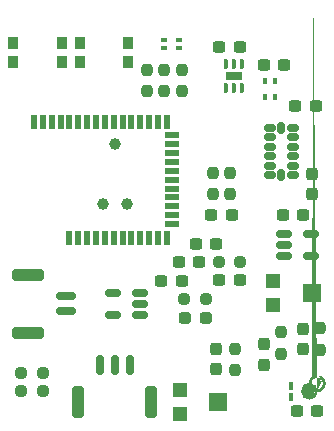
<source format=gbr>
%TF.GenerationSoftware,KiCad,Pcbnew,7.0.6-0*%
%TF.CreationDate,2023-08-07T16:34:56-06:00*%
%TF.ProjectId,VibeLight,56696265-4c69-4676-9874-2e6b69636164,rev?*%
%TF.SameCoordinates,Original*%
%TF.FileFunction,Soldermask,Top*%
%TF.FilePolarity,Negative*%
%FSLAX46Y46*%
G04 Gerber Fmt 4.6, Leading zero omitted, Abs format (unit mm)*
G04 Created by KiCad (PCBNEW 7.0.6-0) date 2023-08-07 16:34:56*
%MOMM*%
%LPD*%
G01*
G04 APERTURE LIST*
G04 Aperture macros list*
%AMRoundRect*
0 Rectangle with rounded corners*
0 $1 Rounding radius*
0 $2 $3 $4 $5 $6 $7 $8 $9 X,Y pos of 4 corners*
0 Add a 4 corners polygon primitive as box body*
4,1,4,$2,$3,$4,$5,$6,$7,$8,$9,$2,$3,0*
0 Add four circle primitives for the rounded corners*
1,1,$1+$1,$2,$3*
1,1,$1+$1,$4,$5*
1,1,$1+$1,$6,$7*
1,1,$1+$1,$8,$9*
0 Add four rect primitives between the rounded corners*
20,1,$1+$1,$2,$3,$4,$5,0*
20,1,$1+$1,$4,$5,$6,$7,0*
20,1,$1+$1,$6,$7,$8,$9,0*
20,1,$1+$1,$8,$9,$2,$3,0*%
%AMFreePoly0*
4,1,53,0.173165,1.324926,0.326403,1.271305,0.463867,1.184931,0.578665,1.070133,0.665039,0.932669,0.718660,0.779431,0.736837,0.618103,0.718660,0.456775,0.665039,0.303537,0.578665,0.166073,0.463867,0.051275,0.326403,-0.035099,0.173165,-0.088720,0.011837,-0.106897,-0.149491,-0.088720,-0.302729,-0.035099,-0.440193,0.051275,-0.554991,0.166073,-0.641365,0.303537,-0.694986,0.456775,
-0.713163,0.618103,-0.468048,0.618103,-0.448609,0.482904,-0.391868,0.358658,-0.302421,0.255430,-0.187514,0.181584,-0.056458,0.143103,0.080132,0.143103,0.211188,0.181584,0.326095,0.255430,0.415542,0.358658,0.472283,0.482904,0.491722,0.618103,0.472283,0.753302,0.415542,0.877548,0.326095,0.980776,0.211188,1.054622,0.080132,1.093103,-0.056458,1.093103,-0.187514,1.054622,
-0.302421,0.980776,-0.391868,0.877548,-0.448609,0.753302,-0.468048,0.618103,-0.713163,0.618103,-0.694986,0.779431,-0.641365,0.932669,-0.554991,1.070133,-0.440193,1.184931,-0.302729,1.271305,-0.149491,1.324926,0.011837,1.343103,0.173165,1.324926,0.173165,1.324926,$1*%
G04 Aperture macros list end*
%ADD10C,0.508000*%
%ADD11C,0.254000*%
%ADD12RoundRect,0.237500X-0.237500X0.250000X-0.237500X-0.250000X0.237500X-0.250000X0.237500X0.250000X0*%
%ADD13RoundRect,0.150000X0.325000X0.150000X-0.325000X0.150000X-0.325000X-0.150000X0.325000X-0.150000X0*%
%ADD14RoundRect,0.150000X0.150000X0.325000X-0.150000X0.325000X-0.150000X-0.325000X0.150000X-0.325000X0*%
%ADD15RoundRect,0.150000X-0.700000X0.150000X-0.700000X-0.150000X0.700000X-0.150000X0.700000X0.150000X0*%
%ADD16RoundRect,0.250000X-1.100000X0.250000X-1.100000X-0.250000X1.100000X-0.250000X1.100000X0.250000X0*%
%ADD17RoundRect,0.150000X-0.150000X-0.700000X0.150000X-0.700000X0.150000X0.700000X-0.150000X0.700000X0*%
%ADD18RoundRect,0.250000X-0.250000X-1.100000X0.250000X-1.100000X0.250000X1.100000X-0.250000X1.100000X0*%
%ADD19RoundRect,0.150000X0.512500X0.150000X-0.512500X0.150000X-0.512500X-0.150000X0.512500X-0.150000X0*%
%ADD20R,0.500000X1.200000*%
%ADD21R,1.200000X0.500000*%
%ADD22RoundRect,0.237500X0.250000X0.237500X-0.250000X0.237500X-0.250000X-0.237500X0.250000X-0.237500X0*%
%ADD23RoundRect,0.237500X0.300000X0.237500X-0.300000X0.237500X-0.300000X-0.237500X0.300000X-0.237500X0*%
%ADD24RoundRect,0.237500X-0.250000X-0.237500X0.250000X-0.237500X0.250000X0.237500X-0.250000X0.237500X0*%
%ADD25RoundRect,0.237500X-0.237500X0.300000X-0.237500X-0.300000X0.237500X-0.300000X0.237500X0.300000X0*%
%ADD26C,0.600000*%
%ADD27FreePoly0,90.000000*%
%ADD28R,0.350000X0.650000*%
%ADD29R,0.300000X0.500000*%
%ADD30RoundRect,0.237500X0.287500X0.237500X-0.287500X0.237500X-0.287500X-0.237500X0.287500X-0.237500X0*%
%ADD31RoundRect,0.237500X-0.300000X-0.237500X0.300000X-0.237500X0.300000X0.237500X-0.300000X0.237500X0*%
%ADD32RoundRect,0.237500X0.237500X-0.250000X0.237500X0.250000X-0.237500X0.250000X-0.237500X-0.250000X0*%
%ADD33R,0.900000X1.000000*%
%ADD34RoundRect,0.150000X-0.512500X-0.150000X0.512500X-0.150000X0.512500X0.150000X-0.512500X0.150000X0*%
%ADD35R,1.200000X1.200000*%
%ADD36R,1.500000X1.600000*%
%ADD37RoundRect,0.008100X-0.126900X0.361900X-0.126900X-0.361900X0.126900X-0.361900X0.126900X0.361900X0*%
%ADD38R,1.350000X0.650000*%
%ADD39RoundRect,0.237500X0.237500X-0.300000X0.237500X0.300000X-0.237500X0.300000X-0.237500X-0.300000X0*%
%ADD40R,0.500000X0.400000*%
%ADD41C,0.990600*%
G04 APERTURE END LIST*
D10*
%TO.C,MIC1*%
X44193975Y-49903182D02*
G75*
G03*
X44193975Y-49903182I-222156J0D01*
G01*
D11*
X44573960Y-49902332D02*
G75*
G03*
X44573960Y-49902332I-601291J0D01*
G01*
%TD*%
D12*
%TO.C,R12*%
X41600000Y-44887500D03*
X41600000Y-46712500D03*
%TD*%
D13*
%TO.C,ACCEL1*%
X42600000Y-31600000D03*
X42600000Y-30800000D03*
X42600000Y-30000000D03*
X42600000Y-29200000D03*
X42600000Y-28400000D03*
X42600000Y-27600000D03*
D14*
X41600000Y-27600000D03*
D13*
X40600000Y-27600000D03*
X40600000Y-28400000D03*
X40600000Y-29200000D03*
X40600000Y-30000000D03*
X40600000Y-30800000D03*
X40600000Y-31600000D03*
D14*
X41600000Y-31600000D03*
%TD*%
D15*
%TO.C,PWR1*%
X23350000Y-41875000D03*
X23350000Y-43125000D03*
D16*
X20150000Y-40025000D03*
X20150000Y-44975000D03*
%TD*%
D17*
%TO.C,LED_OUT1*%
X26250000Y-47650000D03*
X27500000Y-47650000D03*
X28750000Y-47650000D03*
D18*
X24400000Y-50850000D03*
X30600000Y-50850000D03*
%TD*%
D19*
%TO.C,REG1*%
X29637500Y-43450000D03*
X29637500Y-42500000D03*
X29637500Y-41550000D03*
X27362500Y-41550000D03*
X27362500Y-43450000D03*
%TD*%
D20*
%TO.C,MCU1*%
X20650000Y-27100000D03*
X21400000Y-27100000D03*
X22150000Y-27100000D03*
X22900000Y-27100000D03*
X23650000Y-27100000D03*
X24400000Y-27100000D03*
X25150000Y-27100000D03*
X25900000Y-27100000D03*
X26650000Y-27100000D03*
X27400000Y-27100000D03*
X28150000Y-27100000D03*
X28900000Y-27100000D03*
X29650000Y-27100000D03*
X30400000Y-27100000D03*
X31150000Y-27100000D03*
X31900000Y-27100000D03*
D21*
X32350000Y-28250000D03*
X32350000Y-29000000D03*
X32350000Y-29750000D03*
X32350000Y-30500000D03*
X32350000Y-31250000D03*
X32350000Y-32000000D03*
X32350000Y-32750000D03*
X32350000Y-33500000D03*
X32350000Y-34250000D03*
X32350000Y-35000000D03*
X32350000Y-35750000D03*
D20*
X31900000Y-36900000D03*
X31150000Y-36900000D03*
X30400000Y-36900000D03*
X29650000Y-36900000D03*
X28900000Y-36900000D03*
X28150000Y-36900000D03*
X27400000Y-36900000D03*
X26650000Y-36900000D03*
X25900000Y-36900000D03*
X25150000Y-36900000D03*
X24400000Y-36900000D03*
X23650000Y-36900000D03*
%TD*%
D22*
%TO.C,R13*%
X35212500Y-42075000D03*
X33387500Y-42075000D03*
%TD*%
D23*
%TO.C,C6*%
X38062500Y-20800000D03*
X36337500Y-20800000D03*
%TD*%
D24*
%TO.C,R2*%
X19587500Y-49925000D03*
X21412500Y-49925000D03*
%TD*%
D22*
%TO.C,R1*%
X21412500Y-48400000D03*
X19587500Y-48400000D03*
%TD*%
D25*
%TO.C,C1*%
X43400000Y-44637500D03*
X43400000Y-46362500D03*
%TD*%
D26*
%TO.C,MIC1*%
X43971819Y-49903182D03*
D27*
X44589922Y-49915019D03*
D28*
X42396819Y-49428182D03*
X42396819Y-50378182D03*
%TD*%
D12*
%TO.C,R5*%
X33200000Y-22687500D03*
X33200000Y-24512500D03*
%TD*%
D29*
%TO.C,TEMP1*%
X40250000Y-25025000D03*
X41050000Y-25025000D03*
X41050000Y-23625000D03*
X40250000Y-23625000D03*
%TD*%
D12*
%TO.C,R4*%
X37275000Y-31412500D03*
X37275000Y-33237500D03*
%TD*%
D30*
%TO.C,D1*%
X35200000Y-43700000D03*
X33450000Y-43700000D03*
%TD*%
D12*
%TO.C,R6*%
X30200000Y-22687500D03*
X30200000Y-24512500D03*
%TD*%
D23*
%TO.C,C2*%
X38062500Y-40500000D03*
X36337500Y-40500000D03*
%TD*%
D31*
%TO.C,C10*%
X42787500Y-25750000D03*
X44512500Y-25750000D03*
%TD*%
D23*
%TO.C,C8*%
X37387500Y-34950000D03*
X35662500Y-34950000D03*
%TD*%
D32*
%TO.C,R15*%
X37650000Y-48112500D03*
X37650000Y-46287500D03*
%TD*%
D23*
%TO.C,C9*%
X36062500Y-37400000D03*
X34337500Y-37400000D03*
%TD*%
D33*
%TO.C,SW2*%
X28650000Y-22050000D03*
X24550000Y-22050000D03*
X28650000Y-20450000D03*
X24550000Y-20450000D03*
%TD*%
D25*
%TO.C,C14*%
X36100000Y-46337500D03*
X36100000Y-48062500D03*
%TD*%
D31*
%TO.C,C3*%
X31437500Y-40550000D03*
X33162500Y-40550000D03*
%TD*%
D22*
%TO.C,R14*%
X38112500Y-39000000D03*
X36287500Y-39000000D03*
%TD*%
D34*
%TO.C,OP-AMP1*%
X41862500Y-36550000D03*
X41862500Y-37500000D03*
X41862500Y-38450000D03*
X44137500Y-38450000D03*
X44137500Y-36550000D03*
%TD*%
D35*
%TO.C,RV2*%
X33000000Y-49800000D03*
D36*
X36250000Y-50800000D03*
D35*
X33000000Y-51800000D03*
%TD*%
D12*
%TO.C,R3*%
X35775000Y-31412500D03*
X35775000Y-33237500D03*
%TD*%
D37*
%TO.C,LIGHT1*%
X38250000Y-22205000D03*
X37600000Y-22205000D03*
X36950000Y-22205000D03*
X36950000Y-24195000D03*
X37600000Y-24195000D03*
X38250000Y-24195000D03*
D38*
X37600000Y-23200000D03*
%TD*%
D23*
%TO.C,C4*%
X41812500Y-22250000D03*
X40087500Y-22250000D03*
%TD*%
D33*
%TO.C,SW1*%
X23000000Y-22050000D03*
X18900000Y-22050000D03*
X23000000Y-20450000D03*
X18900000Y-20450000D03*
%TD*%
D23*
%TO.C,C12*%
X34662500Y-39000000D03*
X32937500Y-39000000D03*
%TD*%
D12*
%TO.C,R16*%
X44900000Y-44587500D03*
X44900000Y-46412500D03*
%TD*%
D39*
%TO.C,C11*%
X44225000Y-33237500D03*
X44225000Y-31512500D03*
%TD*%
D40*
%TO.C,D2*%
X32900000Y-20850000D03*
X31700000Y-20850000D03*
X32900000Y-20150000D03*
X31700000Y-20150000D03*
%TD*%
D35*
%TO.C,RV3*%
X40900000Y-40600000D03*
D36*
X44150000Y-41600000D03*
D35*
X40900000Y-42600000D03*
%TD*%
D25*
%TO.C,C7*%
X40100000Y-45937500D03*
X40100000Y-47662500D03*
%TD*%
D32*
%TO.C,R7*%
X31700000Y-24512500D03*
X31700000Y-22687500D03*
%TD*%
D23*
%TO.C,C5*%
X44625000Y-51600000D03*
X42900000Y-51600000D03*
%TD*%
D31*
%TO.C,C13*%
X41737500Y-35000000D03*
X43462500Y-35000000D03*
%TD*%
D41*
%TO.C,J1*%
X27550000Y-28985000D03*
X28566000Y-34065000D03*
X26534000Y-34065000D03*
%TD*%
M02*

</source>
